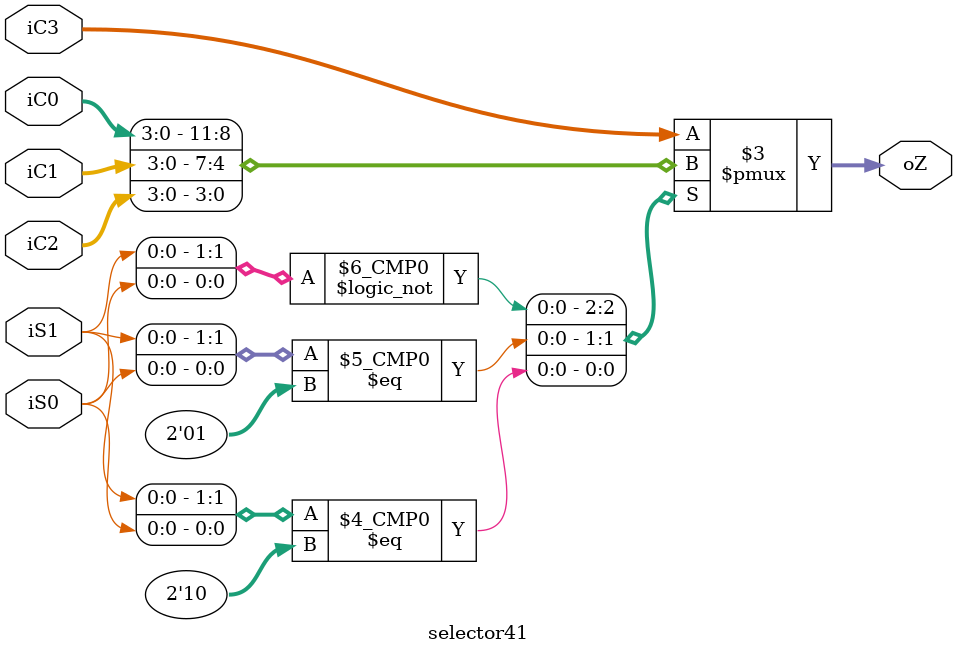
<source format=v>
`timescale 1ns / 1ps
module selector41(
    input [3:0] iC0,
    input [3:0] iC1,
    input [3:0] iC2,
    input [3:0] iC3,
    input signed iS0,
    input signed iS1,
    output reg [3:0] oZ
    );
    always @(*)
        case({iS1,iS0})
        2'b00:  oZ = iC0;
        2'b01:  oZ = iC1;
        2'b10:  oZ = iC2;
        default:oZ = iC3;
        endcase
endmodule

/*
   reg [3:0]temp0,temp1,temp2,temp3;
always @(*)
begin
     temp0 = iC0 & ~{{3{iS0}},iS0} & ~{{3{iS1}},iS1};
     temp1 = iC1 &  {{3{iS0}},iS0} & ~{{3{iS1}},iS1};
     temp2 = iC2 & ~{{3{iS0}},iS0} &  {{3{iS1}},iS1};
     temp3 = iC3 &  {{3{iS0}},iS0} &  {{3{iS1}},iS1};
     oZ = temp0 | temp1 | temp2 | temp3;
 end
 */
 
/*
        temp0 = iC0 & ~iS0 & ~iS1;
        temp1 = iC1 &  iS0 & ~iS1;
        temp2 = iC2 & ~iS0 &  iS1;
        temp3 = iC3 &  iS0 &  iS1;
        oZ = temp0 | temp1 | temp2 | temp3;

        temp0 = iC0 & $signed(~iS0) & $signed(~iS1);
        temp1 = iC1 & $signed( iS0) & $signed(~iS1);
        temp2 = iC2 & $signed(~iS0) & $signed( iS1);
        temp3 = iC3 & $signed( iS0) & $signed( iS1);
*/
</source>
